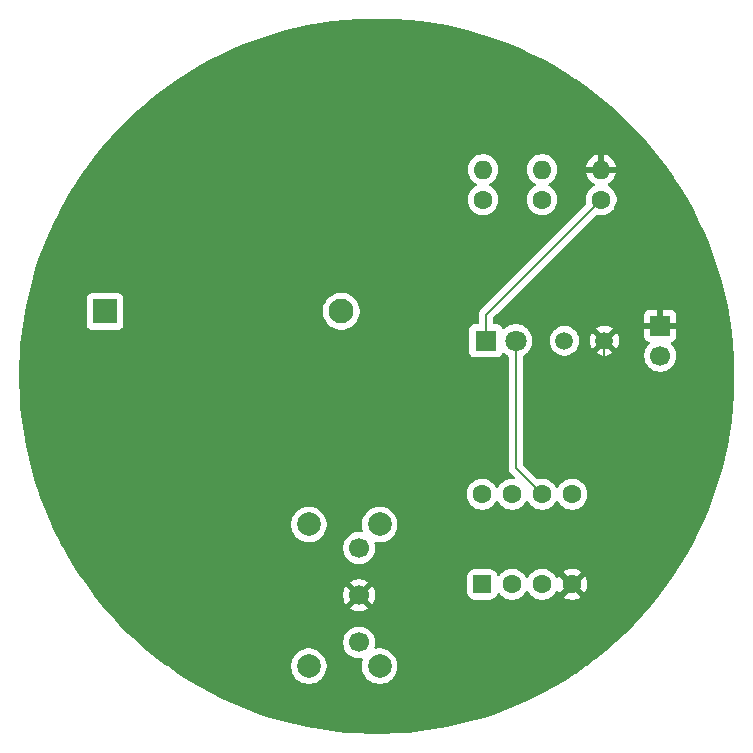
<source format=gbr>
%TF.GenerationSoftware,KiCad,Pcbnew,9.0.1*%
%TF.CreationDate,2025-06-16T09:39:09+05:30*%
%TF.ProjectId,project1,70726f6a-6563-4743-912e-6b696361645f,rev?*%
%TF.SameCoordinates,Original*%
%TF.FileFunction,Copper,L2,Bot*%
%TF.FilePolarity,Positive*%
%FSLAX46Y46*%
G04 Gerber Fmt 4.6, Leading zero omitted, Abs format (unit mm)*
G04 Created by KiCad (PCBNEW 9.0.1) date 2025-06-16 09:39:09*
%MOMM*%
%LPD*%
G01*
G04 APERTURE LIST*
G04 Aperture macros list*
%AMRoundRect*
0 Rectangle with rounded corners*
0 $1 Rounding radius*
0 $2 $3 $4 $5 $6 $7 $8 $9 X,Y pos of 4 corners*
0 Add a 4 corners polygon primitive as box body*
4,1,4,$2,$3,$4,$5,$6,$7,$8,$9,$2,$3,0*
0 Add four circle primitives for the rounded corners*
1,1,$1+$1,$2,$3*
1,1,$1+$1,$4,$5*
1,1,$1+$1,$6,$7*
1,1,$1+$1,$8,$9*
0 Add four rect primitives between the rounded corners*
20,1,$1+$1,$2,$3,$4,$5,0*
20,1,$1+$1,$4,$5,$6,$7,0*
20,1,$1+$1,$6,$7,$8,$9,0*
20,1,$1+$1,$8,$9,$2,$3,0*%
G04 Aperture macros list end*
%TA.AperFunction,ComponentPad*%
%ADD10C,1.600000*%
%TD*%
%TA.AperFunction,ComponentPad*%
%ADD11O,1.600000X1.600000*%
%TD*%
%TA.AperFunction,ComponentPad*%
%ADD12RoundRect,0.250000X0.550000X-0.550000X0.550000X0.550000X-0.550000X0.550000X-0.550000X-0.550000X0*%
%TD*%
%TA.AperFunction,ComponentPad*%
%ADD13C,2.000000*%
%TD*%
%TA.AperFunction,ComponentPad*%
%ADD14C,1.700000*%
%TD*%
%TA.AperFunction,ComponentPad*%
%ADD15R,1.700000X1.700000*%
%TD*%
%TA.AperFunction,ComponentPad*%
%ADD16R,1.800000X1.800000*%
%TD*%
%TA.AperFunction,ComponentPad*%
%ADD17C,1.800000*%
%TD*%
%TA.AperFunction,ComponentPad*%
%ADD18C,1.500000*%
%TD*%
%TA.AperFunction,ComponentPad*%
%ADD19R,2.100000X2.100000*%
%TD*%
%TA.AperFunction,ComponentPad*%
%ADD20C,2.100000*%
%TD*%
%TA.AperFunction,Conductor*%
%ADD21C,0.200000*%
%TD*%
G04 APERTURE END LIST*
D10*
%TO.P,R3,1*%
%TO.N,+3.3V*%
X108500000Y-59545000D03*
D11*
%TO.P,R3,2*%
%TO.N,/MIC*%
X108500000Y-57005000D03*
%TD*%
D12*
%TO.P,U1,1,~{RESET}/PB5*%
%TO.N,unconnected-(U1-~{RESET}{slash}PB5-Pad1)*%
X103420000Y-92120000D03*
D10*
%TO.P,U1,2,XTAL1/PB3*%
%TO.N,/MIC*%
X105960000Y-92120000D03*
%TO.P,U1,3,XTAL2/PB4*%
%TO.N,unconnected-(U1-XTAL2{slash}PB4-Pad3)*%
X108500000Y-92120000D03*
%TO.P,U1,4,GND*%
%TO.N,GND*%
X111040000Y-92120000D03*
%TO.P,U1,5,AREF/PB0*%
%TO.N,unconnected-(U1-AREF{slash}PB0-Pad5)*%
X111040000Y-84500000D03*
%TO.P,U1,6,PB1*%
%TO.N,/LED*%
X108500000Y-84500000D03*
%TO.P,U1,7,PB2*%
%TO.N,/LDR*%
X105960000Y-84500000D03*
%TO.P,U1,8,VCC*%
%TO.N,+3.3V*%
X103420000Y-84500000D03*
%TD*%
%TO.P,R1,1*%
%TO.N,+3.3V*%
X103500000Y-59545000D03*
D11*
%TO.P,R1,2*%
%TO.N,/LDR*%
X103500000Y-57005000D03*
%TD*%
D13*
%TO.P,SW1,*%
%TO.N,*%
X94750000Y-87042500D03*
X88750000Y-87042500D03*
X94750000Y-99042500D03*
X88750000Y-99042500D03*
D14*
%TO.P,SW1,1,A*%
%TO.N,unconnected-(SW1-A-Pad1)*%
X93000000Y-89042500D03*
%TO.P,SW1,2,B*%
%TO.N,GND*%
X93000000Y-93042500D03*
%TO.P,SW1,3,C*%
%TO.N,Net-(BT1--)*%
X93000000Y-97042500D03*
%TD*%
D15*
%TO.P,MK1,1,-*%
%TO.N,GND*%
X118500000Y-70225000D03*
D14*
%TO.P,MK1,2,+*%
%TO.N,/MIC*%
X118500000Y-72765000D03*
%TD*%
D16*
%TO.P,D1,1,K*%
%TO.N,Net-(D1-K)*%
X103730000Y-71500000D03*
D17*
%TO.P,D1,2,A*%
%TO.N,/LED*%
X106270000Y-71500000D03*
%TD*%
D18*
%TO.P,R2,1*%
%TO.N,/LDR*%
X110375000Y-71500000D03*
%TO.P,R2,2*%
%TO.N,GND*%
X113775000Y-71500000D03*
%TD*%
D19*
%TO.P,BT1,1,+*%
%TO.N,+3.3V*%
X71500000Y-69000000D03*
D20*
%TO.P,BT1,2,-*%
%TO.N,Net-(BT1--)*%
X91500000Y-69000000D03*
%TD*%
D10*
%TO.P,R4,1*%
%TO.N,Net-(D1-K)*%
X113500000Y-59545000D03*
D11*
%TO.P,R4,2*%
%TO.N,GND*%
X113500000Y-57005000D03*
%TD*%
D21*
%TO.N,/LED*%
X106270000Y-71500000D02*
X106270000Y-82270000D01*
X106270000Y-82270000D02*
X108500000Y-84500000D01*
%TO.N,Net-(D1-K)*%
X103730000Y-69315000D02*
X113500000Y-59545000D01*
X103730000Y-71500000D02*
X103730000Y-69315000D01*
%TO.N,GND*%
X111040000Y-92120000D02*
X113775000Y-89385000D01*
X113775000Y-89385000D02*
X113775000Y-71500000D01*
%TD*%
%TA.AperFunction,Conductor*%
%TO.N,GND*%
G36*
X95042777Y-44219403D02*
G01*
X96118803Y-44257834D01*
X96123216Y-44258070D01*
X97197216Y-44334884D01*
X97201522Y-44335269D01*
X98272151Y-44450374D01*
X98276507Y-44450921D01*
X99342271Y-44604155D01*
X99346614Y-44604858D01*
X100406264Y-44796040D01*
X100410564Y-44796896D01*
X101462682Y-45025771D01*
X101466965Y-45026783D01*
X102510260Y-45293068D01*
X102514477Y-45294225D01*
X103507696Y-45585860D01*
X103547607Y-45597579D01*
X103551833Y-45598902D01*
X104573443Y-45938927D01*
X104577545Y-45940373D01*
X105586449Y-46316675D01*
X105590529Y-46318280D01*
X106174094Y-46560001D01*
X106585300Y-46730329D01*
X106589358Y-46732096D01*
X107568728Y-47179359D01*
X107572722Y-47181269D01*
X108535569Y-47663236D01*
X108539491Y-47665288D01*
X109484487Y-48181293D01*
X109488300Y-48183464D01*
X110035401Y-48508074D01*
X110414338Y-48732909D01*
X110418103Y-48735236D01*
X111323848Y-49317323D01*
X111327529Y-49319782D01*
X111622779Y-49524777D01*
X112211992Y-49933875D01*
X112215518Y-49936417D01*
X113077520Y-50581704D01*
X113080988Y-50584398D01*
X113919369Y-51260008D01*
X113922766Y-51262847D01*
X114736485Y-51967939D01*
X114739778Y-51970897D01*
X115527823Y-52704592D01*
X115531008Y-52707666D01*
X116292333Y-53468991D01*
X116295407Y-53472176D01*
X117029102Y-54260221D01*
X117032060Y-54263514D01*
X117737152Y-55077233D01*
X117739991Y-55080630D01*
X118415601Y-55919011D01*
X118418301Y-55922487D01*
X119063574Y-56784471D01*
X119066138Y-56788026D01*
X119680217Y-57672470D01*
X119682676Y-57676151D01*
X120264763Y-58581896D01*
X120267090Y-58585661D01*
X120816525Y-59511682D01*
X120818715Y-59515529D01*
X121334711Y-60460508D01*
X121336763Y-60464430D01*
X121818730Y-61427277D01*
X121820640Y-61431271D01*
X122267903Y-62410641D01*
X122269670Y-62414699D01*
X122681711Y-63409451D01*
X122683332Y-63413570D01*
X123059613Y-64422418D01*
X123061085Y-64426593D01*
X123401097Y-65448168D01*
X123402420Y-65452392D01*
X123705767Y-66485496D01*
X123706938Y-66489765D01*
X123973213Y-67533022D01*
X123974231Y-67537330D01*
X124203099Y-68589415D01*
X124203963Y-68593756D01*
X124395138Y-69653372D01*
X124395846Y-69657742D01*
X124549075Y-70723474D01*
X124549627Y-70727866D01*
X124664725Y-71798426D01*
X124665119Y-71802835D01*
X124741928Y-72876779D01*
X124742165Y-72881199D01*
X124780596Y-73957222D01*
X124780675Y-73961648D01*
X124780675Y-75038351D01*
X124780596Y-75042777D01*
X124742165Y-76118800D01*
X124741928Y-76123220D01*
X124665119Y-77197164D01*
X124664725Y-77201573D01*
X124549627Y-78272133D01*
X124549075Y-78276525D01*
X124395846Y-79342257D01*
X124395138Y-79346627D01*
X124203963Y-80406243D01*
X124203099Y-80410584D01*
X123974231Y-81462669D01*
X123973213Y-81466977D01*
X123706938Y-82510234D01*
X123705767Y-82514503D01*
X123402420Y-83547607D01*
X123401097Y-83551831D01*
X123061085Y-84573406D01*
X123059613Y-84577581D01*
X122683332Y-85586429D01*
X122681711Y-85590548D01*
X122269670Y-86585300D01*
X122267903Y-86589358D01*
X121820640Y-87568728D01*
X121818730Y-87572722D01*
X121336763Y-88535569D01*
X121334711Y-88539491D01*
X120818715Y-89484470D01*
X120816525Y-89488317D01*
X120267090Y-90414338D01*
X120264763Y-90418103D01*
X119682676Y-91323848D01*
X119680217Y-91327529D01*
X119066138Y-92211973D01*
X119063555Y-92215555D01*
X118843371Y-92509687D01*
X118418316Y-93077493D01*
X118415601Y-93080988D01*
X117739991Y-93919369D01*
X117737152Y-93922766D01*
X117032060Y-94736485D01*
X117029102Y-94739778D01*
X116295407Y-95527823D01*
X116292333Y-95531008D01*
X115531008Y-96292333D01*
X115527823Y-96295407D01*
X114739778Y-97029102D01*
X114736485Y-97032060D01*
X113922766Y-97737152D01*
X113919369Y-97739991D01*
X113080988Y-98415601D01*
X113077493Y-98418316D01*
X112916029Y-98539187D01*
X112275326Y-99018812D01*
X112215564Y-99063549D01*
X112211973Y-99066138D01*
X111327529Y-99680217D01*
X111323848Y-99682676D01*
X110418103Y-100264763D01*
X110414338Y-100267090D01*
X109488317Y-100816525D01*
X109484470Y-100818715D01*
X108539491Y-101334711D01*
X108535569Y-101336763D01*
X107572722Y-101818730D01*
X107568728Y-101820640D01*
X106589358Y-102267903D01*
X106585300Y-102269670D01*
X105590548Y-102681711D01*
X105586429Y-102683332D01*
X104577581Y-103059613D01*
X104573406Y-103061085D01*
X103551831Y-103401097D01*
X103547607Y-103402420D01*
X102514503Y-103705767D01*
X102510234Y-103706938D01*
X101466977Y-103973213D01*
X101462669Y-103974231D01*
X100410584Y-104203099D01*
X100406243Y-104203963D01*
X99346627Y-104395138D01*
X99342257Y-104395846D01*
X98276525Y-104549075D01*
X98272133Y-104549627D01*
X97201573Y-104664725D01*
X97197164Y-104665119D01*
X96123220Y-104741928D01*
X96118800Y-104742165D01*
X95042778Y-104780596D01*
X95038352Y-104780675D01*
X93961648Y-104780675D01*
X93957222Y-104780596D01*
X92881199Y-104742165D01*
X92876779Y-104741928D01*
X91802835Y-104665119D01*
X91798426Y-104664725D01*
X90727866Y-104549627D01*
X90723474Y-104549075D01*
X89657742Y-104395846D01*
X89653372Y-104395138D01*
X88593756Y-104203963D01*
X88589415Y-104203099D01*
X87537330Y-103974231D01*
X87533022Y-103973213D01*
X86489765Y-103706938D01*
X86485496Y-103705767D01*
X85452392Y-103402420D01*
X85448168Y-103401097D01*
X84426593Y-103061085D01*
X84422418Y-103059613D01*
X83413570Y-102683332D01*
X83409451Y-102681711D01*
X82414699Y-102269670D01*
X82410641Y-102267903D01*
X81431271Y-101820640D01*
X81427277Y-101818730D01*
X80464430Y-101336763D01*
X80460508Y-101334711D01*
X79515529Y-100818715D01*
X79511682Y-100816525D01*
X78585661Y-100267090D01*
X78581896Y-100264763D01*
X77676151Y-99682676D01*
X77672470Y-99680217D01*
X76788026Y-99066138D01*
X76784436Y-99063549D01*
X76598558Y-98924402D01*
X87249500Y-98924402D01*
X87249500Y-99160597D01*
X87286446Y-99393868D01*
X87359433Y-99618496D01*
X87390882Y-99680217D01*
X87466657Y-99828933D01*
X87605483Y-100020010D01*
X87772490Y-100187017D01*
X87963567Y-100325843D01*
X88062991Y-100376502D01*
X88174003Y-100433066D01*
X88174005Y-100433066D01*
X88174008Y-100433068D01*
X88294412Y-100472189D01*
X88398631Y-100506053D01*
X88631903Y-100543000D01*
X88631908Y-100543000D01*
X88868097Y-100543000D01*
X89101368Y-100506053D01*
X89325992Y-100433068D01*
X89536433Y-100325843D01*
X89727510Y-100187017D01*
X89894517Y-100020010D01*
X90033343Y-99828933D01*
X90140568Y-99618492D01*
X90213553Y-99393868D01*
X90250500Y-99160597D01*
X90250500Y-98924402D01*
X90213553Y-98691131D01*
X90140566Y-98466503D01*
X90033342Y-98256066D01*
X89894517Y-98064990D01*
X89727510Y-97897983D01*
X89536433Y-97759157D01*
X89325996Y-97651933D01*
X89101368Y-97578946D01*
X88868097Y-97542000D01*
X88868092Y-97542000D01*
X88631908Y-97542000D01*
X88631903Y-97542000D01*
X88398631Y-97578946D01*
X88174003Y-97651933D01*
X87963566Y-97759157D01*
X87854550Y-97838362D01*
X87772490Y-97897983D01*
X87772488Y-97897985D01*
X87772487Y-97897985D01*
X87605485Y-98064987D01*
X87605485Y-98064988D01*
X87605483Y-98064990D01*
X87560580Y-98126793D01*
X87466657Y-98256066D01*
X87359433Y-98466503D01*
X87286446Y-98691131D01*
X87249500Y-98924402D01*
X76598558Y-98924402D01*
X75922487Y-98418301D01*
X75919011Y-98415601D01*
X75080630Y-97739991D01*
X75077233Y-97737152D01*
X74263514Y-97032060D01*
X74260221Y-97029102D01*
X74252696Y-97022096D01*
X74160451Y-96936213D01*
X91649500Y-96936213D01*
X91649500Y-97148786D01*
X91682753Y-97358739D01*
X91682753Y-97358741D01*
X91682754Y-97358743D01*
X91734785Y-97518878D01*
X91748444Y-97560914D01*
X91844951Y-97750320D01*
X91969890Y-97922286D01*
X92120213Y-98072609D01*
X92292179Y-98197548D01*
X92292181Y-98197549D01*
X92292184Y-98197551D01*
X92481588Y-98294057D01*
X92683757Y-98359746D01*
X92893713Y-98393000D01*
X92893714Y-98393000D01*
X93106285Y-98393000D01*
X93106287Y-98393000D01*
X93198489Y-98378396D01*
X93267780Y-98387350D01*
X93321232Y-98432346D01*
X93341872Y-98499097D01*
X93335816Y-98539187D01*
X93286447Y-98691127D01*
X93286447Y-98691130D01*
X93249500Y-98924402D01*
X93249500Y-99160597D01*
X93286446Y-99393868D01*
X93359433Y-99618496D01*
X93390882Y-99680217D01*
X93466657Y-99828933D01*
X93605483Y-100020010D01*
X93772490Y-100187017D01*
X93963567Y-100325843D01*
X94062991Y-100376502D01*
X94174003Y-100433066D01*
X94174005Y-100433066D01*
X94174008Y-100433068D01*
X94294412Y-100472189D01*
X94398631Y-100506053D01*
X94631903Y-100543000D01*
X94631908Y-100543000D01*
X94868097Y-100543000D01*
X95101368Y-100506053D01*
X95325992Y-100433068D01*
X95536433Y-100325843D01*
X95727510Y-100187017D01*
X95894517Y-100020010D01*
X96033343Y-99828933D01*
X96140568Y-99618492D01*
X96213553Y-99393868D01*
X96250500Y-99160597D01*
X96250500Y-98924402D01*
X96213553Y-98691131D01*
X96140566Y-98466503D01*
X96033342Y-98256066D01*
X95894517Y-98064990D01*
X95727510Y-97897983D01*
X95536433Y-97759157D01*
X95325996Y-97651933D01*
X95101368Y-97578946D01*
X94868097Y-97542000D01*
X94868092Y-97542000D01*
X94631908Y-97542000D01*
X94631903Y-97542000D01*
X94437257Y-97572829D01*
X94367964Y-97563874D01*
X94314512Y-97518878D01*
X94293872Y-97452127D01*
X94299928Y-97412041D01*
X94317246Y-97358743D01*
X94350500Y-97148787D01*
X94350500Y-96936213D01*
X94317246Y-96726257D01*
X94251557Y-96524088D01*
X94155051Y-96334684D01*
X94155049Y-96334681D01*
X94155048Y-96334679D01*
X94030109Y-96162713D01*
X93879786Y-96012390D01*
X93707820Y-95887451D01*
X93518414Y-95790944D01*
X93518413Y-95790943D01*
X93518412Y-95790943D01*
X93316243Y-95725254D01*
X93316241Y-95725253D01*
X93316240Y-95725253D01*
X93154957Y-95699708D01*
X93106287Y-95692000D01*
X92893713Y-95692000D01*
X92845042Y-95699708D01*
X92683760Y-95725253D01*
X92481585Y-95790944D01*
X92292179Y-95887451D01*
X92120213Y-96012390D01*
X91969890Y-96162713D01*
X91844951Y-96334679D01*
X91748444Y-96524085D01*
X91682753Y-96726260D01*
X91649500Y-96936213D01*
X74160451Y-96936213D01*
X73472176Y-96295407D01*
X73468991Y-96292333D01*
X72707666Y-95531008D01*
X72704592Y-95527823D01*
X71970897Y-94739778D01*
X71967939Y-94736485D01*
X71495892Y-94191714D01*
X71262847Y-93922766D01*
X71260008Y-93919369D01*
X70584398Y-93080988D01*
X70581704Y-93077520D01*
X70475953Y-92936253D01*
X91650000Y-92936253D01*
X91650000Y-93148746D01*
X91683242Y-93358627D01*
X91683242Y-93358630D01*
X91748904Y-93560717D01*
X91845375Y-93750050D01*
X91884728Y-93804216D01*
X92557861Y-93131084D01*
X92580667Y-93216194D01*
X92639910Y-93318806D01*
X92723694Y-93402590D01*
X92826306Y-93461833D01*
X92911415Y-93484638D01*
X92238282Y-94157769D01*
X92238282Y-94157770D01*
X92292449Y-94197124D01*
X92481782Y-94293595D01*
X92683870Y-94359257D01*
X92893754Y-94392500D01*
X93106246Y-94392500D01*
X93316127Y-94359257D01*
X93316130Y-94359257D01*
X93518217Y-94293595D01*
X93707554Y-94197122D01*
X93761716Y-94157770D01*
X93761717Y-94157770D01*
X93088584Y-93484638D01*
X93173694Y-93461833D01*
X93276306Y-93402590D01*
X93360090Y-93318806D01*
X93419333Y-93216194D01*
X93442138Y-93131085D01*
X94115270Y-93804217D01*
X94115270Y-93804216D01*
X94154622Y-93750054D01*
X94251095Y-93560717D01*
X94316757Y-93358630D01*
X94316757Y-93358627D01*
X94350000Y-93148746D01*
X94350000Y-92936253D01*
X94316757Y-92726372D01*
X94316757Y-92726369D01*
X94251095Y-92524282D01*
X94154624Y-92334949D01*
X94115270Y-92280782D01*
X94115269Y-92280782D01*
X93442137Y-92953914D01*
X93419333Y-92868806D01*
X93360090Y-92766194D01*
X93276306Y-92682410D01*
X93173694Y-92623167D01*
X93088584Y-92600361D01*
X93761716Y-91927228D01*
X93707550Y-91887875D01*
X93518217Y-91791404D01*
X93316129Y-91725742D01*
X93106246Y-91692500D01*
X92893754Y-91692500D01*
X92683872Y-91725742D01*
X92683869Y-91725742D01*
X92481782Y-91791404D01*
X92292439Y-91887880D01*
X92238282Y-91927227D01*
X92238282Y-91927228D01*
X92911415Y-92600361D01*
X92826306Y-92623167D01*
X92723694Y-92682410D01*
X92639910Y-92766194D01*
X92580667Y-92868806D01*
X92557861Y-92953915D01*
X91884728Y-92280782D01*
X91884727Y-92280782D01*
X91845380Y-92334939D01*
X91748904Y-92524282D01*
X91683242Y-92726369D01*
X91683242Y-92726372D01*
X91650000Y-92936253D01*
X70475953Y-92936253D01*
X69936436Y-92215544D01*
X69933874Y-92211992D01*
X69461491Y-91531630D01*
X69453404Y-91519983D01*
X102119500Y-91519983D01*
X102119500Y-92720001D01*
X102119501Y-92720018D01*
X102130000Y-92822796D01*
X102130001Y-92822799D01*
X102185185Y-92989331D01*
X102185187Y-92989336D01*
X102217978Y-93042499D01*
X102277288Y-93138656D01*
X102401344Y-93262712D01*
X102550666Y-93354814D01*
X102717203Y-93409999D01*
X102819991Y-93420500D01*
X104020008Y-93420499D01*
X104122797Y-93409999D01*
X104289334Y-93354814D01*
X104438656Y-93262712D01*
X104562712Y-93138656D01*
X104654814Y-92989334D01*
X104681955Y-92907427D01*
X104721726Y-92849984D01*
X104786242Y-92823161D01*
X104855018Y-92835476D01*
X104899977Y-92873547D01*
X104945536Y-92936253D01*
X104968034Y-92967219D01*
X105112786Y-93111971D01*
X105233226Y-93199474D01*
X105278390Y-93232287D01*
X105394607Y-93291503D01*
X105460776Y-93325218D01*
X105460778Y-93325218D01*
X105460781Y-93325220D01*
X105551856Y-93354812D01*
X105655465Y-93388477D01*
X105756557Y-93404488D01*
X105857648Y-93420500D01*
X105857649Y-93420500D01*
X106062351Y-93420500D01*
X106062352Y-93420500D01*
X106264534Y-93388477D01*
X106459219Y-93325220D01*
X106641610Y-93232287D01*
X106734590Y-93164732D01*
X106807213Y-93111971D01*
X106807215Y-93111968D01*
X106807219Y-93111966D01*
X106951966Y-92967219D01*
X106951968Y-92967215D01*
X106951971Y-92967213D01*
X107072284Y-92801614D01*
X107072286Y-92801611D01*
X107072287Y-92801610D01*
X107119516Y-92708917D01*
X107167489Y-92658123D01*
X107235310Y-92641328D01*
X107301445Y-92663865D01*
X107340483Y-92708917D01*
X107369668Y-92766194D01*
X107387715Y-92801614D01*
X107508028Y-92967213D01*
X107652786Y-93111971D01*
X107773226Y-93199474D01*
X107818390Y-93232287D01*
X107934607Y-93291503D01*
X108000776Y-93325218D01*
X108000778Y-93325218D01*
X108000781Y-93325220D01*
X108091856Y-93354812D01*
X108195465Y-93388477D01*
X108296557Y-93404488D01*
X108397648Y-93420500D01*
X108397649Y-93420500D01*
X108602351Y-93420500D01*
X108602352Y-93420500D01*
X108804534Y-93388477D01*
X108999219Y-93325220D01*
X109181610Y-93232287D01*
X109274590Y-93164732D01*
X109347213Y-93111971D01*
X109347215Y-93111968D01*
X109347219Y-93111966D01*
X109491966Y-92967219D01*
X109491968Y-92967215D01*
X109491971Y-92967213D01*
X109596894Y-92822797D01*
X109612287Y-92801610D01*
X109659795Y-92708369D01*
X109707769Y-92657573D01*
X109775590Y-92640778D01*
X109841725Y-92663315D01*
X109880765Y-92708369D01*
X109928141Y-92801350D01*
X109928147Y-92801359D01*
X109960523Y-92845921D01*
X109960524Y-92845922D01*
X110640000Y-92166446D01*
X110640000Y-92172661D01*
X110667259Y-92274394D01*
X110719920Y-92365606D01*
X110794394Y-92440080D01*
X110885606Y-92492741D01*
X110987339Y-92520000D01*
X110993553Y-92520000D01*
X110314076Y-93199474D01*
X110358650Y-93231859D01*
X110540968Y-93324755D01*
X110735582Y-93387990D01*
X110937683Y-93420000D01*
X111142317Y-93420000D01*
X111344417Y-93387990D01*
X111539031Y-93324755D01*
X111721349Y-93231859D01*
X111765921Y-93199474D01*
X111086447Y-92520000D01*
X111092661Y-92520000D01*
X111194394Y-92492741D01*
X111285606Y-92440080D01*
X111360080Y-92365606D01*
X111412741Y-92274394D01*
X111440000Y-92172661D01*
X111440000Y-92166447D01*
X112119474Y-92845921D01*
X112151859Y-92801349D01*
X112244755Y-92619031D01*
X112307990Y-92424417D01*
X112340000Y-92222317D01*
X112340000Y-92017682D01*
X112307990Y-91815582D01*
X112244755Y-91620968D01*
X112151859Y-91438650D01*
X112119474Y-91394077D01*
X112119474Y-91394076D01*
X111440000Y-92073551D01*
X111440000Y-92067339D01*
X111412741Y-91965606D01*
X111360080Y-91874394D01*
X111285606Y-91799920D01*
X111194394Y-91747259D01*
X111092661Y-91720000D01*
X111086446Y-91720000D01*
X111765922Y-91040524D01*
X111765921Y-91040523D01*
X111721359Y-91008147D01*
X111721350Y-91008141D01*
X111539031Y-90915244D01*
X111344417Y-90852009D01*
X111142317Y-90820000D01*
X110937683Y-90820000D01*
X110735582Y-90852009D01*
X110540968Y-90915244D01*
X110358644Y-91008143D01*
X110314077Y-91040523D01*
X110314077Y-91040524D01*
X110993554Y-91720000D01*
X110987339Y-91720000D01*
X110885606Y-91747259D01*
X110794394Y-91799920D01*
X110719920Y-91874394D01*
X110667259Y-91965606D01*
X110640000Y-92067339D01*
X110640000Y-92073553D01*
X109960524Y-91394077D01*
X109960523Y-91394077D01*
X109928143Y-91438644D01*
X109880765Y-91531630D01*
X109832790Y-91582426D01*
X109764969Y-91599221D01*
X109698834Y-91576683D01*
X109659795Y-91531630D01*
X109612284Y-91438385D01*
X109491971Y-91272786D01*
X109347213Y-91128028D01*
X109181613Y-91007715D01*
X109181612Y-91007714D01*
X109181610Y-91007713D01*
X109121898Y-90977288D01*
X108999223Y-90914781D01*
X108804534Y-90851522D01*
X108629995Y-90823878D01*
X108602352Y-90819500D01*
X108397648Y-90819500D01*
X108373329Y-90823351D01*
X108195465Y-90851522D01*
X108000776Y-90914781D01*
X107818386Y-91007715D01*
X107652786Y-91128028D01*
X107508028Y-91272786D01*
X107387715Y-91438386D01*
X107340485Y-91531080D01*
X107292510Y-91581876D01*
X107224689Y-91598671D01*
X107158554Y-91576134D01*
X107119515Y-91531080D01*
X107072419Y-91438650D01*
X107072287Y-91438390D01*
X107040092Y-91394077D01*
X106951971Y-91272786D01*
X106807213Y-91128028D01*
X106641613Y-91007715D01*
X106641612Y-91007714D01*
X106641610Y-91007713D01*
X106581898Y-90977288D01*
X106459223Y-90914781D01*
X106264534Y-90851522D01*
X106089995Y-90823878D01*
X106062352Y-90819500D01*
X105857648Y-90819500D01*
X105833329Y-90823351D01*
X105655465Y-90851522D01*
X105460776Y-90914781D01*
X105278386Y-91007715D01*
X105112786Y-91128028D01*
X104968032Y-91272782D01*
X104968028Y-91272787D01*
X104899978Y-91366451D01*
X104844648Y-91409117D01*
X104775035Y-91415096D01*
X104713240Y-91382490D01*
X104681954Y-91332570D01*
X104662144Y-91272787D01*
X104654814Y-91250666D01*
X104562712Y-91101344D01*
X104438656Y-90977288D01*
X104289334Y-90885186D01*
X104122797Y-90830001D01*
X104122795Y-90830000D01*
X104020010Y-90819500D01*
X102819998Y-90819500D01*
X102819981Y-90819501D01*
X102717203Y-90830000D01*
X102717200Y-90830001D01*
X102550668Y-90885185D01*
X102550663Y-90885187D01*
X102401342Y-90977289D01*
X102277289Y-91101342D01*
X102185187Y-91250663D01*
X102185186Y-91250666D01*
X102130001Y-91417203D01*
X102130001Y-91417204D01*
X102130000Y-91417204D01*
X102119500Y-91519983D01*
X69453404Y-91519983D01*
X69319782Y-91327529D01*
X69317323Y-91323848D01*
X68735236Y-90418103D01*
X68732909Y-90414338D01*
X68183474Y-89488317D01*
X68181284Y-89484470D01*
X67911703Y-88990768D01*
X67881914Y-88936213D01*
X91649500Y-88936213D01*
X91649500Y-89148787D01*
X91682754Y-89358743D01*
X91724855Y-89488317D01*
X91748444Y-89560914D01*
X91844951Y-89750320D01*
X91969890Y-89922286D01*
X92120213Y-90072609D01*
X92292179Y-90197548D01*
X92292181Y-90197549D01*
X92292184Y-90197551D01*
X92481588Y-90294057D01*
X92683757Y-90359746D01*
X92893713Y-90393000D01*
X92893714Y-90393000D01*
X93106286Y-90393000D01*
X93106287Y-90393000D01*
X93316243Y-90359746D01*
X93518412Y-90294057D01*
X93707816Y-90197551D01*
X93729789Y-90181586D01*
X93879786Y-90072609D01*
X93879788Y-90072606D01*
X93879792Y-90072604D01*
X94030104Y-89922292D01*
X94030106Y-89922288D01*
X94030109Y-89922286D01*
X94155048Y-89750320D01*
X94155047Y-89750320D01*
X94155051Y-89750316D01*
X94251557Y-89560912D01*
X94317246Y-89358743D01*
X94350500Y-89148787D01*
X94350500Y-88936213D01*
X94317246Y-88726257D01*
X94299927Y-88672957D01*
X94297932Y-88603121D01*
X94334012Y-88543288D01*
X94396713Y-88512459D01*
X94437253Y-88512170D01*
X94540092Y-88528457D01*
X94631904Y-88543000D01*
X94631908Y-88543000D01*
X94868097Y-88543000D01*
X95101368Y-88506053D01*
X95325992Y-88433068D01*
X95536433Y-88325843D01*
X95727510Y-88187017D01*
X95894517Y-88020010D01*
X96033343Y-87828933D01*
X96140568Y-87618492D01*
X96213553Y-87393868D01*
X96250500Y-87160597D01*
X96250500Y-86924402D01*
X96213553Y-86691131D01*
X96140566Y-86466503D01*
X96033342Y-86256066D01*
X95894517Y-86064990D01*
X95727510Y-85897983D01*
X95536433Y-85759157D01*
X95325996Y-85651933D01*
X95101368Y-85578946D01*
X94868097Y-85542000D01*
X94868092Y-85542000D01*
X94631908Y-85542000D01*
X94631903Y-85542000D01*
X94398631Y-85578946D01*
X94174003Y-85651933D01*
X93963566Y-85759157D01*
X93906663Y-85800500D01*
X93772490Y-85897983D01*
X93772488Y-85897985D01*
X93772487Y-85897985D01*
X93605485Y-86064987D01*
X93605485Y-86064988D01*
X93605483Y-86064990D01*
X93545862Y-86147050D01*
X93466657Y-86256066D01*
X93359433Y-86466503D01*
X93286446Y-86691131D01*
X93249500Y-86924402D01*
X93249500Y-87160597D01*
X93286447Y-87393869D01*
X93286447Y-87393872D01*
X93335816Y-87545812D01*
X93337811Y-87615653D01*
X93301731Y-87675486D01*
X93239030Y-87706314D01*
X93198487Y-87706603D01*
X93153758Y-87699518D01*
X93106287Y-87692000D01*
X92893713Y-87692000D01*
X92845042Y-87699708D01*
X92683760Y-87725253D01*
X92481585Y-87790944D01*
X92292179Y-87887451D01*
X92120213Y-88012390D01*
X91969890Y-88162713D01*
X91844951Y-88334679D01*
X91748444Y-88524085D01*
X91748443Y-88524087D01*
X91748443Y-88524088D01*
X91743438Y-88539491D01*
X91682753Y-88726260D01*
X91682753Y-88726262D01*
X91649500Y-88936213D01*
X67881914Y-88936213D01*
X67792263Y-88772030D01*
X67665288Y-88539491D01*
X67663236Y-88535569D01*
X67181269Y-87572722D01*
X67179359Y-87568728D01*
X66906407Y-86971047D01*
X66885105Y-86924402D01*
X87249500Y-86924402D01*
X87249500Y-87160597D01*
X87286446Y-87393868D01*
X87359433Y-87618496D01*
X87466657Y-87828933D01*
X87605483Y-88020010D01*
X87772490Y-88187017D01*
X87963567Y-88325843D01*
X88062991Y-88376502D01*
X88174003Y-88433066D01*
X88174005Y-88433066D01*
X88174008Y-88433068D01*
X88294412Y-88472189D01*
X88398631Y-88506053D01*
X88631903Y-88543000D01*
X88631908Y-88543000D01*
X88868097Y-88543000D01*
X89101368Y-88506053D01*
X89325992Y-88433068D01*
X89536433Y-88325843D01*
X89727510Y-88187017D01*
X89894517Y-88020010D01*
X90033343Y-87828933D01*
X90140568Y-87618492D01*
X90213553Y-87393868D01*
X90250500Y-87160597D01*
X90250500Y-86924402D01*
X90213553Y-86691131D01*
X90140566Y-86466503D01*
X90033342Y-86256066D01*
X89894517Y-86064990D01*
X89727510Y-85897983D01*
X89536433Y-85759157D01*
X89325996Y-85651933D01*
X89101368Y-85578946D01*
X88868097Y-85542000D01*
X88868092Y-85542000D01*
X88631908Y-85542000D01*
X88631903Y-85542000D01*
X88398631Y-85578946D01*
X88174003Y-85651933D01*
X87963566Y-85759157D01*
X87906663Y-85800500D01*
X87772490Y-85897983D01*
X87772488Y-85897985D01*
X87772487Y-85897985D01*
X87605485Y-86064987D01*
X87605485Y-86064988D01*
X87605483Y-86064990D01*
X87545862Y-86147050D01*
X87466657Y-86256066D01*
X87359433Y-86466503D01*
X87286446Y-86691131D01*
X87249500Y-86924402D01*
X66885105Y-86924402D01*
X66732096Y-86589358D01*
X66730329Y-86585300D01*
X66391989Y-85768477D01*
X66318280Y-85590529D01*
X66316667Y-85586429D01*
X65940373Y-84577545D01*
X65938927Y-84573443D01*
X65880417Y-84397648D01*
X102119500Y-84397648D01*
X102119500Y-84602351D01*
X102151522Y-84804534D01*
X102214781Y-84999223D01*
X102307715Y-85181613D01*
X102428028Y-85347213D01*
X102572786Y-85491971D01*
X102727749Y-85604556D01*
X102738390Y-85612287D01*
X102816198Y-85651932D01*
X102920776Y-85705218D01*
X102920778Y-85705218D01*
X102920781Y-85705220D01*
X103025137Y-85739127D01*
X103115465Y-85768477D01*
X103148587Y-85773723D01*
X103317648Y-85800500D01*
X103317649Y-85800500D01*
X103522351Y-85800500D01*
X103522352Y-85800500D01*
X103724534Y-85768477D01*
X103919219Y-85705220D01*
X104101610Y-85612287D01*
X104198353Y-85542000D01*
X104267213Y-85491971D01*
X104267215Y-85491968D01*
X104267219Y-85491966D01*
X104411966Y-85347219D01*
X104411968Y-85347215D01*
X104411971Y-85347213D01*
X104532284Y-85181614D01*
X104532285Y-85181613D01*
X104532287Y-85181610D01*
X104579516Y-85088917D01*
X104627489Y-85038123D01*
X104695310Y-85021328D01*
X104761445Y-85043865D01*
X104800485Y-85088919D01*
X104847715Y-85181614D01*
X104968028Y-85347213D01*
X105112786Y-85491971D01*
X105267749Y-85604556D01*
X105278390Y-85612287D01*
X105356198Y-85651932D01*
X105460776Y-85705218D01*
X105460778Y-85705218D01*
X105460781Y-85705220D01*
X105565137Y-85739127D01*
X105655465Y-85768477D01*
X105688587Y-85773723D01*
X105857648Y-85800500D01*
X105857649Y-85800500D01*
X106062351Y-85800500D01*
X106062352Y-85800500D01*
X106264534Y-85768477D01*
X106459219Y-85705220D01*
X106641610Y-85612287D01*
X106738353Y-85542000D01*
X106807213Y-85491971D01*
X106807215Y-85491968D01*
X106807219Y-85491966D01*
X106951966Y-85347219D01*
X106951968Y-85347215D01*
X106951971Y-85347213D01*
X107072284Y-85181614D01*
X107072285Y-85181613D01*
X107072287Y-85181610D01*
X107119516Y-85088917D01*
X107167489Y-85038123D01*
X107235310Y-85021328D01*
X107301445Y-85043865D01*
X107340485Y-85088919D01*
X107387715Y-85181614D01*
X107508028Y-85347213D01*
X107652786Y-85491971D01*
X107807749Y-85604556D01*
X107818390Y-85612287D01*
X107896198Y-85651932D01*
X108000776Y-85705218D01*
X108000778Y-85705218D01*
X108000781Y-85705220D01*
X108105137Y-85739127D01*
X108195465Y-85768477D01*
X108228587Y-85773723D01*
X108397648Y-85800500D01*
X108397649Y-85800500D01*
X108602351Y-85800500D01*
X108602352Y-85800500D01*
X108804534Y-85768477D01*
X108999219Y-85705220D01*
X109181610Y-85612287D01*
X109278353Y-85542000D01*
X109347213Y-85491971D01*
X109347215Y-85491968D01*
X109347219Y-85491966D01*
X109491966Y-85347219D01*
X109491968Y-85347215D01*
X109491971Y-85347213D01*
X109612284Y-85181614D01*
X109612285Y-85181613D01*
X109612287Y-85181610D01*
X109659516Y-85088917D01*
X109707489Y-85038123D01*
X109775310Y-85021328D01*
X109841445Y-85043865D01*
X109880485Y-85088919D01*
X109927715Y-85181614D01*
X110048028Y-85347213D01*
X110192786Y-85491971D01*
X110347749Y-85604556D01*
X110358390Y-85612287D01*
X110436198Y-85651932D01*
X110540776Y-85705218D01*
X110540778Y-85705218D01*
X110540781Y-85705220D01*
X110645137Y-85739127D01*
X110735465Y-85768477D01*
X110768587Y-85773723D01*
X110937648Y-85800500D01*
X110937649Y-85800500D01*
X111142351Y-85800500D01*
X111142352Y-85800500D01*
X111344534Y-85768477D01*
X111539219Y-85705220D01*
X111721610Y-85612287D01*
X111818353Y-85542000D01*
X111887213Y-85491971D01*
X111887215Y-85491968D01*
X111887219Y-85491966D01*
X112031966Y-85347219D01*
X112031968Y-85347215D01*
X112031971Y-85347213D01*
X112084732Y-85274590D01*
X112152287Y-85181610D01*
X112245220Y-84999219D01*
X112308477Y-84804534D01*
X112340500Y-84602352D01*
X112340500Y-84397648D01*
X112308477Y-84195466D01*
X112245220Y-84000781D01*
X112245218Y-84000778D01*
X112245218Y-84000776D01*
X112199515Y-83911080D01*
X112152287Y-83818390D01*
X112144556Y-83807749D01*
X112031971Y-83652786D01*
X111887213Y-83508028D01*
X111721613Y-83387715D01*
X111721612Y-83387714D01*
X111721610Y-83387713D01*
X111664653Y-83358691D01*
X111539223Y-83294781D01*
X111344534Y-83231522D01*
X111169995Y-83203878D01*
X111142352Y-83199500D01*
X110937648Y-83199500D01*
X110913329Y-83203351D01*
X110735465Y-83231522D01*
X110540776Y-83294781D01*
X110358386Y-83387715D01*
X110192786Y-83508028D01*
X110048028Y-83652786D01*
X109927715Y-83818386D01*
X109880485Y-83911080D01*
X109832510Y-83961876D01*
X109764689Y-83978671D01*
X109698554Y-83956134D01*
X109659515Y-83911080D01*
X109658883Y-83909840D01*
X109612287Y-83818390D01*
X109604556Y-83807749D01*
X109491971Y-83652786D01*
X109347213Y-83508028D01*
X109181613Y-83387715D01*
X109181612Y-83387714D01*
X109181610Y-83387713D01*
X109124653Y-83358691D01*
X108999223Y-83294781D01*
X108804534Y-83231522D01*
X108629995Y-83203878D01*
X108602352Y-83199500D01*
X108397648Y-83199500D01*
X108359599Y-83205526D01*
X108195468Y-83231522D01*
X108186717Y-83234365D01*
X108181154Y-83236173D01*
X108111313Y-83238167D01*
X108055157Y-83205922D01*
X106906819Y-82057584D01*
X106873334Y-81996261D01*
X106870500Y-81969903D01*
X106870500Y-72841835D01*
X106890185Y-72774796D01*
X106938206Y-72731350D01*
X106938547Y-72731175D01*
X107004022Y-72697815D01*
X107182365Y-72568242D01*
X107338242Y-72412365D01*
X107467815Y-72234022D01*
X107567895Y-72037606D01*
X107636015Y-71827951D01*
X107670500Y-71610222D01*
X107670500Y-71401577D01*
X109124500Y-71401577D01*
X109124500Y-71598422D01*
X109155290Y-71792826D01*
X109216117Y-71980029D01*
X109255430Y-72057184D01*
X109305476Y-72155405D01*
X109421172Y-72314646D01*
X109560354Y-72453828D01*
X109719595Y-72569524D01*
X109802455Y-72611743D01*
X109894970Y-72658882D01*
X109894972Y-72658882D01*
X109894975Y-72658884D01*
X109995317Y-72691487D01*
X110082173Y-72719709D01*
X110276578Y-72750500D01*
X110276583Y-72750500D01*
X110473422Y-72750500D01*
X110667826Y-72719709D01*
X110735211Y-72697814D01*
X110855025Y-72658884D01*
X111030405Y-72569524D01*
X111189646Y-72453828D01*
X111328828Y-72314646D01*
X111444524Y-72155405D01*
X111533884Y-71980025D01*
X111594709Y-71792826D01*
X111603884Y-71734896D01*
X111625500Y-71598422D01*
X111625500Y-71401617D01*
X112525000Y-71401617D01*
X112525000Y-71598382D01*
X112555778Y-71792705D01*
X112616581Y-71979835D01*
X112705905Y-72155145D01*
X112731319Y-72190125D01*
X112731320Y-72190125D01*
X113375000Y-71546445D01*
X113375000Y-71552661D01*
X113402259Y-71654394D01*
X113454920Y-71745606D01*
X113529394Y-71820080D01*
X113620606Y-71872741D01*
X113722339Y-71900000D01*
X113728553Y-71900000D01*
X113084873Y-72543677D01*
X113084873Y-72543678D01*
X113119858Y-72569096D01*
X113295164Y-72658418D01*
X113482294Y-72719221D01*
X113676618Y-72750000D01*
X113873382Y-72750000D01*
X114067705Y-72719221D01*
X114253927Y-72658713D01*
X117149500Y-72658713D01*
X117149500Y-72871286D01*
X117182753Y-73081239D01*
X117248444Y-73283414D01*
X117344951Y-73472820D01*
X117469890Y-73644786D01*
X117620213Y-73795109D01*
X117792179Y-73920048D01*
X117792181Y-73920049D01*
X117792184Y-73920051D01*
X117981588Y-74016557D01*
X118183757Y-74082246D01*
X118393713Y-74115500D01*
X118393714Y-74115500D01*
X118606286Y-74115500D01*
X118606287Y-74115500D01*
X118816243Y-74082246D01*
X119018412Y-74016557D01*
X119207816Y-73920051D01*
X119229789Y-73904086D01*
X119379786Y-73795109D01*
X119379788Y-73795106D01*
X119379792Y-73795104D01*
X119530104Y-73644792D01*
X119530106Y-73644788D01*
X119530109Y-73644786D01*
X119655048Y-73472820D01*
X119655047Y-73472820D01*
X119655051Y-73472816D01*
X119751557Y-73283412D01*
X119817246Y-73081243D01*
X119850500Y-72871287D01*
X119850500Y-72658713D01*
X119817246Y-72448757D01*
X119751557Y-72246588D01*
X119655051Y-72057184D01*
X119655049Y-72057181D01*
X119655048Y-72057179D01*
X119530109Y-71885213D01*
X119416181Y-71771285D01*
X119382696Y-71709962D01*
X119387680Y-71640270D01*
X119429552Y-71584337D01*
X119460529Y-71567422D01*
X119592086Y-71518354D01*
X119592093Y-71518350D01*
X119707187Y-71432190D01*
X119707190Y-71432187D01*
X119793350Y-71317093D01*
X119793354Y-71317086D01*
X119843596Y-71182379D01*
X119843598Y-71182372D01*
X119849999Y-71122844D01*
X119850000Y-71122827D01*
X119850000Y-70475000D01*
X118933012Y-70475000D01*
X118965925Y-70417993D01*
X119000000Y-70290826D01*
X119000000Y-70159174D01*
X118965925Y-70032007D01*
X118933012Y-69975000D01*
X119850000Y-69975000D01*
X119850000Y-69327172D01*
X119849999Y-69327155D01*
X119843598Y-69267627D01*
X119843596Y-69267620D01*
X119793354Y-69132913D01*
X119793350Y-69132906D01*
X119707190Y-69017812D01*
X119707187Y-69017809D01*
X119592093Y-68931649D01*
X119592086Y-68931645D01*
X119457379Y-68881403D01*
X119457372Y-68881401D01*
X119397844Y-68875000D01*
X118750000Y-68875000D01*
X118750000Y-69791988D01*
X118692993Y-69759075D01*
X118565826Y-69725000D01*
X118434174Y-69725000D01*
X118307007Y-69759075D01*
X118250000Y-69791988D01*
X118250000Y-68875000D01*
X117602155Y-68875000D01*
X117542627Y-68881401D01*
X117542620Y-68881403D01*
X117407913Y-68931645D01*
X117407906Y-68931649D01*
X117292812Y-69017809D01*
X117292809Y-69017812D01*
X117206649Y-69132906D01*
X117206645Y-69132913D01*
X117156403Y-69267620D01*
X117156401Y-69267627D01*
X117150000Y-69327155D01*
X117150000Y-69975000D01*
X118066988Y-69975000D01*
X118034075Y-70032007D01*
X118000000Y-70159174D01*
X118000000Y-70290826D01*
X118034075Y-70417993D01*
X118066988Y-70475000D01*
X117150000Y-70475000D01*
X117150000Y-71122844D01*
X117156401Y-71182372D01*
X117156403Y-71182379D01*
X117206645Y-71317086D01*
X117206649Y-71317093D01*
X117292809Y-71432187D01*
X117292812Y-71432190D01*
X117407906Y-71518350D01*
X117407913Y-71518354D01*
X117539470Y-71567422D01*
X117595404Y-71609293D01*
X117619821Y-71674758D01*
X117604969Y-71743031D01*
X117583819Y-71771285D01*
X117469889Y-71885215D01*
X117344951Y-72057179D01*
X117248444Y-72246585D01*
X117182753Y-72448760D01*
X117149500Y-72658713D01*
X114253927Y-72658713D01*
X114254835Y-72658418D01*
X114430143Y-72569095D01*
X114451577Y-72553523D01*
X114465125Y-72543678D01*
X114465126Y-72543678D01*
X113821448Y-71900000D01*
X113827661Y-71900000D01*
X113929394Y-71872741D01*
X114020606Y-71820080D01*
X114095080Y-71745606D01*
X114147741Y-71654394D01*
X114175000Y-71552661D01*
X114175000Y-71546448D01*
X114818678Y-72190126D01*
X114818678Y-72190125D01*
X114844095Y-72155143D01*
X114933418Y-71979835D01*
X114994221Y-71792705D01*
X115025000Y-71598382D01*
X115025000Y-71401617D01*
X114994221Y-71207294D01*
X114933418Y-71020164D01*
X114844096Y-70844858D01*
X114818678Y-70809873D01*
X114818677Y-70809873D01*
X114175000Y-71453551D01*
X114175000Y-71447339D01*
X114147741Y-71345606D01*
X114095080Y-71254394D01*
X114020606Y-71179920D01*
X113929394Y-71127259D01*
X113827661Y-71100000D01*
X113821447Y-71100000D01*
X114465125Y-70456320D01*
X114465125Y-70456319D01*
X114430145Y-70430905D01*
X114254835Y-70341581D01*
X114067705Y-70280778D01*
X113873382Y-70250000D01*
X113676618Y-70250000D01*
X113482294Y-70280778D01*
X113295161Y-70341582D01*
X113119863Y-70430899D01*
X113119859Y-70430902D01*
X113084873Y-70456320D01*
X113084872Y-70456320D01*
X113728554Y-71100000D01*
X113722339Y-71100000D01*
X113620606Y-71127259D01*
X113529394Y-71179920D01*
X113454920Y-71254394D01*
X113402259Y-71345606D01*
X113375000Y-71447339D01*
X113375000Y-71453552D01*
X112731320Y-70809872D01*
X112731320Y-70809873D01*
X112705902Y-70844859D01*
X112705899Y-70844863D01*
X112616582Y-71020161D01*
X112555778Y-71207294D01*
X112525000Y-71401617D01*
X111625500Y-71401617D01*
X111625500Y-71401577D01*
X111594709Y-71207173D01*
X111533882Y-71019970D01*
X111486743Y-70927455D01*
X111444524Y-70844595D01*
X111328828Y-70685354D01*
X111189646Y-70546172D01*
X111030405Y-70430476D01*
X111005906Y-70417993D01*
X110855029Y-70341117D01*
X110667826Y-70280290D01*
X110473422Y-70249500D01*
X110473417Y-70249500D01*
X110276583Y-70249500D01*
X110276578Y-70249500D01*
X110082173Y-70280290D01*
X109894970Y-70341117D01*
X109719594Y-70430476D01*
X109667181Y-70468557D01*
X109560354Y-70546172D01*
X109560352Y-70546174D01*
X109560351Y-70546174D01*
X109421174Y-70685351D01*
X109421174Y-70685352D01*
X109421172Y-70685354D01*
X109391877Y-70725675D01*
X109305476Y-70844594D01*
X109216117Y-71019970D01*
X109155290Y-71207173D01*
X109124500Y-71401577D01*
X107670500Y-71401577D01*
X107670500Y-71389778D01*
X107636015Y-71172049D01*
X107586665Y-71020164D01*
X107567896Y-70962396D01*
X107567895Y-70962393D01*
X107508007Y-70844859D01*
X107467815Y-70765978D01*
X107409237Y-70685352D01*
X107338247Y-70587641D01*
X107338243Y-70587636D01*
X107182363Y-70431756D01*
X107182358Y-70431752D01*
X107004025Y-70302187D01*
X107004024Y-70302186D01*
X107004022Y-70302185D01*
X106941096Y-70270122D01*
X106807606Y-70202104D01*
X106807603Y-70202103D01*
X106597952Y-70133985D01*
X106489086Y-70116742D01*
X106380222Y-70099500D01*
X106159778Y-70099500D01*
X106087201Y-70110995D01*
X105942047Y-70133985D01*
X105732396Y-70202103D01*
X105732393Y-70202104D01*
X105535974Y-70302187D01*
X105357641Y-70431752D01*
X105357636Y-70431756D01*
X105307463Y-70481929D01*
X105246140Y-70515413D01*
X105176448Y-70510428D01*
X105120515Y-70468557D01*
X105103601Y-70437580D01*
X105073797Y-70357671D01*
X105073793Y-70357664D01*
X104987547Y-70242455D01*
X104987544Y-70242452D01*
X104872335Y-70156206D01*
X104872328Y-70156202D01*
X104737482Y-70105908D01*
X104737483Y-70105908D01*
X104677883Y-70099501D01*
X104677881Y-70099500D01*
X104677873Y-70099500D01*
X104677865Y-70099500D01*
X104454500Y-70099500D01*
X104387461Y-70079815D01*
X104341706Y-70027011D01*
X104330500Y-69975500D01*
X104330500Y-69615097D01*
X104350185Y-69548058D01*
X104366819Y-69527416D01*
X104658065Y-69236170D01*
X108595128Y-65299107D01*
X113055159Y-60839075D01*
X113116480Y-60805592D01*
X113181154Y-60808826D01*
X113195466Y-60813477D01*
X113397648Y-60845500D01*
X113397649Y-60845500D01*
X113602351Y-60845500D01*
X113602352Y-60845500D01*
X113804534Y-60813477D01*
X113999219Y-60750220D01*
X114181610Y-60657287D01*
X114274590Y-60589732D01*
X114347213Y-60536971D01*
X114347215Y-60536968D01*
X114347219Y-60536966D01*
X114491966Y-60392219D01*
X114491968Y-60392215D01*
X114491971Y-60392213D01*
X114544732Y-60319590D01*
X114612287Y-60226610D01*
X114705220Y-60044219D01*
X114768477Y-59849534D01*
X114800500Y-59647352D01*
X114800500Y-59442648D01*
X114768477Y-59240466D01*
X114705220Y-59045781D01*
X114705218Y-59045778D01*
X114705218Y-59045776D01*
X114671503Y-58979607D01*
X114612287Y-58863390D01*
X114604556Y-58852749D01*
X114491971Y-58697786D01*
X114347213Y-58553028D01*
X114181611Y-58432713D01*
X114088369Y-58385203D01*
X114037574Y-58337229D01*
X114020779Y-58269407D01*
X114043317Y-58203273D01*
X114088371Y-58164234D01*
X114181347Y-58116861D01*
X114346894Y-57996582D01*
X114346895Y-57996582D01*
X114491582Y-57851895D01*
X114491582Y-57851894D01*
X114611859Y-57686349D01*
X114704755Y-57504029D01*
X114767990Y-57309413D01*
X114776609Y-57255000D01*
X113815686Y-57255000D01*
X113820080Y-57250606D01*
X113872741Y-57159394D01*
X113900000Y-57057661D01*
X113900000Y-56952339D01*
X113872741Y-56850606D01*
X113820080Y-56759394D01*
X113815686Y-56755000D01*
X114776609Y-56755000D01*
X114767990Y-56700586D01*
X114704755Y-56505970D01*
X114611859Y-56323650D01*
X114491582Y-56158105D01*
X114491582Y-56158104D01*
X114346895Y-56013417D01*
X114181349Y-55893140D01*
X113999029Y-55800244D01*
X113804413Y-55737009D01*
X113750000Y-55728390D01*
X113750000Y-56689314D01*
X113745606Y-56684920D01*
X113654394Y-56632259D01*
X113552661Y-56605000D01*
X113447339Y-56605000D01*
X113345606Y-56632259D01*
X113254394Y-56684920D01*
X113250000Y-56689314D01*
X113250000Y-55728390D01*
X113195586Y-55737009D01*
X113000970Y-55800244D01*
X112818650Y-55893140D01*
X112653105Y-56013417D01*
X112653104Y-56013417D01*
X112508417Y-56158104D01*
X112508417Y-56158105D01*
X112388140Y-56323650D01*
X112295244Y-56505970D01*
X112232009Y-56700586D01*
X112223391Y-56755000D01*
X113184314Y-56755000D01*
X113179920Y-56759394D01*
X113127259Y-56850606D01*
X113100000Y-56952339D01*
X113100000Y-57057661D01*
X113127259Y-57159394D01*
X113179920Y-57250606D01*
X113184314Y-57255000D01*
X112223391Y-57255000D01*
X112232009Y-57309413D01*
X112295244Y-57504029D01*
X112388140Y-57686349D01*
X112508417Y-57851894D01*
X112508417Y-57851895D01*
X112653104Y-57996582D01*
X112818652Y-58116861D01*
X112911628Y-58164234D01*
X112962425Y-58212208D01*
X112979220Y-58280029D01*
X112956683Y-58346164D01*
X112911630Y-58385203D01*
X112818388Y-58432713D01*
X112652786Y-58553028D01*
X112508028Y-58697786D01*
X112387715Y-58863386D01*
X112294781Y-59045776D01*
X112231522Y-59240465D01*
X112199500Y-59442648D01*
X112199500Y-59647351D01*
X112231523Y-59849535D01*
X112236172Y-59863845D01*
X112238165Y-59933687D01*
X112205921Y-59989841D01*
X103361286Y-68834478D01*
X103249481Y-68946282D01*
X103249480Y-68946284D01*
X103208186Y-69017809D01*
X103199361Y-69033094D01*
X103199359Y-69033096D01*
X103170425Y-69083209D01*
X103170424Y-69083210D01*
X103170423Y-69083215D01*
X103129499Y-69235943D01*
X103129499Y-69235945D01*
X103129499Y-69404046D01*
X103129500Y-69404059D01*
X103129500Y-69975500D01*
X103109815Y-70042539D01*
X103057011Y-70088294D01*
X103005501Y-70099500D01*
X102782130Y-70099500D01*
X102782123Y-70099501D01*
X102722516Y-70105908D01*
X102587671Y-70156202D01*
X102587664Y-70156206D01*
X102472455Y-70242452D01*
X102472452Y-70242455D01*
X102386206Y-70357664D01*
X102386202Y-70357671D01*
X102335908Y-70492517D01*
X102329501Y-70552116D01*
X102329500Y-70552135D01*
X102329500Y-72447870D01*
X102329501Y-72447876D01*
X102335908Y-72507483D01*
X102386202Y-72642328D01*
X102386206Y-72642335D01*
X102472452Y-72757544D01*
X102472455Y-72757547D01*
X102587664Y-72843793D01*
X102587671Y-72843797D01*
X102722517Y-72894091D01*
X102722516Y-72894091D01*
X102729444Y-72894835D01*
X102782127Y-72900500D01*
X104677872Y-72900499D01*
X104737483Y-72894091D01*
X104872331Y-72843796D01*
X104987546Y-72757546D01*
X105073796Y-72642331D01*
X105101429Y-72568243D01*
X105103601Y-72562420D01*
X105145471Y-72506486D01*
X105210936Y-72482068D01*
X105279209Y-72496919D01*
X105307464Y-72518071D01*
X105357636Y-72568243D01*
X105357641Y-72568247D01*
X105535976Y-72697814D01*
X105601794Y-72731350D01*
X105652591Y-72779324D01*
X105669500Y-72841835D01*
X105669500Y-82183330D01*
X105669499Y-82183348D01*
X105669499Y-82349054D01*
X105669498Y-82349054D01*
X105669499Y-82349057D01*
X105710423Y-82501785D01*
X105710424Y-82501787D01*
X105710423Y-82501787D01*
X105716542Y-82512384D01*
X105716543Y-82512385D01*
X105789477Y-82638712D01*
X105789481Y-82638717D01*
X105908349Y-82757585D01*
X105908355Y-82757590D01*
X106138584Y-82987819D01*
X106172069Y-83049142D01*
X106167085Y-83118834D01*
X106125213Y-83174767D01*
X106059749Y-83199184D01*
X106050903Y-83199500D01*
X105857648Y-83199500D01*
X105833329Y-83203351D01*
X105655465Y-83231522D01*
X105460776Y-83294781D01*
X105278386Y-83387715D01*
X105112786Y-83508028D01*
X104968028Y-83652786D01*
X104847715Y-83818386D01*
X104800485Y-83911080D01*
X104752510Y-83961876D01*
X104684689Y-83978671D01*
X104618554Y-83956134D01*
X104579515Y-83911080D01*
X104578883Y-83909840D01*
X104532287Y-83818390D01*
X104524556Y-83807749D01*
X104411971Y-83652786D01*
X104267213Y-83508028D01*
X104101613Y-83387715D01*
X104101612Y-83387714D01*
X104101610Y-83387713D01*
X104044653Y-83358691D01*
X103919223Y-83294781D01*
X103724534Y-83231522D01*
X103549995Y-83203878D01*
X103522352Y-83199500D01*
X103317648Y-83199500D01*
X103293329Y-83203351D01*
X103115465Y-83231522D01*
X102920776Y-83294781D01*
X102738386Y-83387715D01*
X102572786Y-83508028D01*
X102428028Y-83652786D01*
X102307715Y-83818386D01*
X102214781Y-84000776D01*
X102151522Y-84195465D01*
X102119500Y-84397648D01*
X65880417Y-84397648D01*
X65598902Y-83551831D01*
X65597579Y-83547607D01*
X65497251Y-83205922D01*
X65294225Y-82514477D01*
X65293068Y-82510260D01*
X65026783Y-81466965D01*
X65025768Y-81462669D01*
X64796900Y-80410584D01*
X64796036Y-80406243D01*
X64604861Y-79346627D01*
X64604153Y-79342257D01*
X64450924Y-78276525D01*
X64450372Y-78272133D01*
X64335269Y-77201522D01*
X64334884Y-77197216D01*
X64258070Y-76123216D01*
X64257834Y-76118800D01*
X64219404Y-75042777D01*
X64219325Y-75038351D01*
X64219325Y-73961648D01*
X64219404Y-73957222D01*
X64236704Y-73472820D01*
X64257834Y-72881193D01*
X64258071Y-72876779D01*
X64258464Y-72871286D01*
X64334885Y-71802778D01*
X64335268Y-71798482D01*
X64450375Y-70727841D01*
X64450924Y-70723474D01*
X64456406Y-70685352D01*
X64604156Y-69657719D01*
X64604861Y-69653372D01*
X64619069Y-69574622D01*
X64796042Y-68593725D01*
X64796893Y-68589446D01*
X64946409Y-67902135D01*
X69949500Y-67902135D01*
X69949500Y-70097870D01*
X69949501Y-70097876D01*
X69955908Y-70157483D01*
X70006202Y-70292328D01*
X70006206Y-70292335D01*
X70092452Y-70407544D01*
X70092455Y-70407547D01*
X70207664Y-70493793D01*
X70207671Y-70493797D01*
X70342517Y-70544091D01*
X70342516Y-70544091D01*
X70349444Y-70544835D01*
X70402127Y-70550500D01*
X72597872Y-70550499D01*
X72657483Y-70544091D01*
X72792331Y-70493796D01*
X72907546Y-70407546D01*
X72993796Y-70292331D01*
X73044091Y-70157483D01*
X73050500Y-70097873D01*
X73050499Y-68877973D01*
X89949500Y-68877973D01*
X89949500Y-69122026D01*
X89981989Y-69327155D01*
X89987679Y-69363076D01*
X90052877Y-69563735D01*
X90063097Y-69595187D01*
X90173896Y-69812642D01*
X90317339Y-70010076D01*
X90317343Y-70010081D01*
X90489918Y-70182656D01*
X90489923Y-70182660D01*
X90640879Y-70292335D01*
X90687361Y-70326106D01*
X90904815Y-70436904D01*
X91136924Y-70512321D01*
X91377973Y-70550500D01*
X91377974Y-70550500D01*
X91622026Y-70550500D01*
X91622027Y-70550500D01*
X91863076Y-70512321D01*
X92095185Y-70436904D01*
X92312639Y-70326106D01*
X92510083Y-70182655D01*
X92682655Y-70010083D01*
X92826106Y-69812639D01*
X92936904Y-69595185D01*
X93012321Y-69363076D01*
X93050500Y-69122027D01*
X93050500Y-68877973D01*
X93012321Y-68636924D01*
X92936904Y-68404815D01*
X92826106Y-68187361D01*
X92807779Y-68162136D01*
X92682660Y-67989923D01*
X92682656Y-67989918D01*
X92510081Y-67817343D01*
X92510076Y-67817339D01*
X92312642Y-67673896D01*
X92312641Y-67673895D01*
X92312639Y-67673894D01*
X92095185Y-67563096D01*
X91863076Y-67487679D01*
X91863074Y-67487678D01*
X91863072Y-67487678D01*
X91662491Y-67455909D01*
X91622027Y-67449500D01*
X91377973Y-67449500D01*
X91337515Y-67455908D01*
X91136927Y-67487678D01*
X90904812Y-67563097D01*
X90687357Y-67673896D01*
X90489923Y-67817339D01*
X90489918Y-67817343D01*
X90317343Y-67989918D01*
X90317339Y-67989923D01*
X90173896Y-68187357D01*
X90063097Y-68404812D01*
X89987678Y-68636927D01*
X89949500Y-68877973D01*
X73050499Y-68877973D01*
X73050499Y-67902128D01*
X73044091Y-67842517D01*
X73034702Y-67817345D01*
X72993797Y-67707671D01*
X72993793Y-67707664D01*
X72907547Y-67592455D01*
X72907544Y-67592452D01*
X72792335Y-67506206D01*
X72792328Y-67506202D01*
X72657482Y-67455908D01*
X72657483Y-67455908D01*
X72597883Y-67449501D01*
X72597881Y-67449500D01*
X72597873Y-67449500D01*
X72597864Y-67449500D01*
X70402129Y-67449500D01*
X70402123Y-67449501D01*
X70342516Y-67455908D01*
X70207671Y-67506202D01*
X70207664Y-67506206D01*
X70092455Y-67592452D01*
X70092452Y-67592455D01*
X70006206Y-67707664D01*
X70006202Y-67707671D01*
X69955908Y-67842517D01*
X69949501Y-67902116D01*
X69949501Y-67902123D01*
X69949500Y-67902135D01*
X64946409Y-67902135D01*
X65025773Y-67537305D01*
X65026786Y-67533022D01*
X65293071Y-66489725D01*
X65294220Y-66485536D01*
X65597583Y-65452378D01*
X65598902Y-65448168D01*
X65938932Y-64426539D01*
X65940366Y-64422472D01*
X66316682Y-63413531D01*
X66318272Y-63409489D01*
X66730331Y-62414692D01*
X66732096Y-62410641D01*
X66823381Y-62210756D01*
X67179361Y-61431266D01*
X67181269Y-61427277D01*
X67475701Y-60839077D01*
X67663244Y-60464412D01*
X67665288Y-60460508D01*
X67702580Y-60392213D01*
X68181307Y-59515488D01*
X68183450Y-59511722D01*
X68732917Y-58585647D01*
X68735236Y-58581896D01*
X68753785Y-58553034D01*
X69317330Y-57676139D01*
X69319782Y-57672470D01*
X69436598Y-57504223D01*
X69854278Y-56902648D01*
X102199500Y-56902648D01*
X102199500Y-57107351D01*
X102231522Y-57309534D01*
X102294781Y-57504223D01*
X102358691Y-57629653D01*
X102380508Y-57672470D01*
X102387715Y-57686613D01*
X102508028Y-57852213D01*
X102652786Y-57996971D01*
X102807749Y-58109556D01*
X102818390Y-58117287D01*
X102909840Y-58163883D01*
X102911080Y-58164515D01*
X102961876Y-58212490D01*
X102978671Y-58280311D01*
X102956134Y-58346446D01*
X102911080Y-58385485D01*
X102818386Y-58432715D01*
X102652786Y-58553028D01*
X102508028Y-58697786D01*
X102387715Y-58863386D01*
X102294781Y-59045776D01*
X102231522Y-59240465D01*
X102199500Y-59442648D01*
X102199500Y-59647351D01*
X102231522Y-59849534D01*
X102294781Y-60044223D01*
X102387715Y-60226613D01*
X102508028Y-60392213D01*
X102652786Y-60536971D01*
X102807749Y-60649556D01*
X102818390Y-60657287D01*
X102934607Y-60716503D01*
X103000776Y-60750218D01*
X103000778Y-60750218D01*
X103000781Y-60750220D01*
X103105137Y-60784127D01*
X103195465Y-60813477D01*
X103296557Y-60829488D01*
X103397648Y-60845500D01*
X103397649Y-60845500D01*
X103602351Y-60845500D01*
X103602352Y-60845500D01*
X103804534Y-60813477D01*
X103999219Y-60750220D01*
X104181610Y-60657287D01*
X104274590Y-60589732D01*
X104347213Y-60536971D01*
X104347215Y-60536968D01*
X104347219Y-60536966D01*
X104491966Y-60392219D01*
X104491968Y-60392215D01*
X104491971Y-60392213D01*
X104544732Y-60319590D01*
X104612287Y-60226610D01*
X104705220Y-60044219D01*
X104768477Y-59849534D01*
X104800500Y-59647352D01*
X104800500Y-59442648D01*
X104768477Y-59240466D01*
X104705220Y-59045781D01*
X104705218Y-59045778D01*
X104705218Y-59045776D01*
X104671503Y-58979607D01*
X104612287Y-58863390D01*
X104604556Y-58852749D01*
X104491971Y-58697786D01*
X104347213Y-58553028D01*
X104181614Y-58432715D01*
X104175006Y-58429348D01*
X104088917Y-58385483D01*
X104038123Y-58337511D01*
X104021328Y-58269690D01*
X104043865Y-58203555D01*
X104088917Y-58164516D01*
X104181610Y-58117287D01*
X104202770Y-58101913D01*
X104347213Y-57996971D01*
X104347215Y-57996968D01*
X104347219Y-57996966D01*
X104491966Y-57852219D01*
X104491968Y-57852215D01*
X104491971Y-57852213D01*
X104544732Y-57779590D01*
X104612287Y-57686610D01*
X104705220Y-57504219D01*
X104768477Y-57309534D01*
X104800500Y-57107352D01*
X104800500Y-56902648D01*
X107199500Y-56902648D01*
X107199500Y-57107351D01*
X107231522Y-57309534D01*
X107294781Y-57504223D01*
X107358691Y-57629653D01*
X107380508Y-57672470D01*
X107387715Y-57686613D01*
X107508028Y-57852213D01*
X107652786Y-57996971D01*
X107807749Y-58109556D01*
X107818390Y-58117287D01*
X107909840Y-58163883D01*
X107911080Y-58164515D01*
X107961876Y-58212490D01*
X107978671Y-58280311D01*
X107956134Y-58346446D01*
X107911080Y-58385485D01*
X107818386Y-58432715D01*
X107652786Y-58553028D01*
X107508028Y-58697786D01*
X107387715Y-58863386D01*
X107294781Y-59045776D01*
X107231522Y-59240465D01*
X107199500Y-59442648D01*
X107199500Y-59647351D01*
X107231522Y-59849534D01*
X107294781Y-60044223D01*
X107387715Y-60226613D01*
X107508028Y-60392213D01*
X107652786Y-60536971D01*
X107807749Y-60649556D01*
X107818390Y-60657287D01*
X107934607Y-60716503D01*
X108000776Y-60750218D01*
X108000778Y-60750218D01*
X108000781Y-60750220D01*
X108105137Y-60784127D01*
X108195465Y-60813477D01*
X108296557Y-60829488D01*
X108397648Y-60845500D01*
X108397649Y-60845500D01*
X108602351Y-60845500D01*
X108602352Y-60845500D01*
X108804534Y-60813477D01*
X108999219Y-60750220D01*
X109181610Y-60657287D01*
X109274590Y-60589732D01*
X109347213Y-60536971D01*
X109347215Y-60536968D01*
X109347219Y-60536966D01*
X109491966Y-60392219D01*
X109491968Y-60392215D01*
X109491971Y-60392213D01*
X109544732Y-60319590D01*
X109612287Y-60226610D01*
X109705220Y-60044219D01*
X109768477Y-59849534D01*
X109800500Y-59647352D01*
X109800500Y-59442648D01*
X109768477Y-59240466D01*
X109705220Y-59045781D01*
X109705218Y-59045778D01*
X109705218Y-59045776D01*
X109671503Y-58979607D01*
X109612287Y-58863390D01*
X109604556Y-58852749D01*
X109491971Y-58697786D01*
X109347213Y-58553028D01*
X109181614Y-58432715D01*
X109175006Y-58429348D01*
X109088917Y-58385483D01*
X109038123Y-58337511D01*
X109021328Y-58269690D01*
X109043865Y-58203555D01*
X109088917Y-58164516D01*
X109181610Y-58117287D01*
X109202770Y-58101913D01*
X109347213Y-57996971D01*
X109347215Y-57996968D01*
X109347219Y-57996966D01*
X109491966Y-57852219D01*
X109491968Y-57852215D01*
X109491971Y-57852213D01*
X109544732Y-57779590D01*
X109612287Y-57686610D01*
X109705220Y-57504219D01*
X109768477Y-57309534D01*
X109800500Y-57107352D01*
X109800500Y-56902648D01*
X109768477Y-56700466D01*
X109705220Y-56505781D01*
X109705218Y-56505778D01*
X109705218Y-56505776D01*
X109612419Y-56323650D01*
X109612287Y-56323390D01*
X109604556Y-56312749D01*
X109491971Y-56157786D01*
X109347213Y-56013028D01*
X109181613Y-55892715D01*
X109181612Y-55892714D01*
X109181610Y-55892713D01*
X109124653Y-55863691D01*
X108999223Y-55799781D01*
X108804534Y-55736522D01*
X108629995Y-55708878D01*
X108602352Y-55704500D01*
X108397648Y-55704500D01*
X108373329Y-55708351D01*
X108195465Y-55736522D01*
X108000776Y-55799781D01*
X107818386Y-55892715D01*
X107652786Y-56013028D01*
X107508028Y-56157786D01*
X107387715Y-56323386D01*
X107294781Y-56505776D01*
X107231522Y-56700465D01*
X107199500Y-56902648D01*
X104800500Y-56902648D01*
X104781777Y-56784435D01*
X104768477Y-56700465D01*
X104705218Y-56505776D01*
X104612419Y-56323650D01*
X104612287Y-56323390D01*
X104604556Y-56312749D01*
X104491971Y-56157786D01*
X104347213Y-56013028D01*
X104181613Y-55892715D01*
X104181612Y-55892714D01*
X104181610Y-55892713D01*
X104124653Y-55863691D01*
X103999223Y-55799781D01*
X103804534Y-55736522D01*
X103629995Y-55708878D01*
X103602352Y-55704500D01*
X103397648Y-55704500D01*
X103373329Y-55708351D01*
X103195465Y-55736522D01*
X103000776Y-55799781D01*
X102818386Y-55892715D01*
X102652786Y-56013028D01*
X102508028Y-56157786D01*
X102387715Y-56323386D01*
X102294781Y-56505776D01*
X102231522Y-56700465D01*
X102199500Y-56902648D01*
X69854278Y-56902648D01*
X69933893Y-56787980D01*
X69936397Y-56784507D01*
X70581724Y-55922452D01*
X70584376Y-55919038D01*
X71260022Y-55080612D01*
X71262832Y-55077250D01*
X71967944Y-54263507D01*
X71970897Y-54260221D01*
X72284141Y-53923773D01*
X72704619Y-53472147D01*
X72707638Y-53469019D01*
X73469019Y-52707638D01*
X73472147Y-52704619D01*
X74260227Y-51970891D01*
X74263514Y-51967939D01*
X74696188Y-51593025D01*
X75077250Y-51262832D01*
X75080612Y-51260022D01*
X75919038Y-50584376D01*
X75922452Y-50581724D01*
X76784507Y-49936397D01*
X76787980Y-49933893D01*
X77672482Y-49319773D01*
X77676151Y-49317323D01*
X78328814Y-48897882D01*
X78581909Y-48735227D01*
X78585647Y-48732917D01*
X79511722Y-48183450D01*
X79515488Y-48181307D01*
X80460526Y-47665278D01*
X80464412Y-47663244D01*
X81427281Y-47181266D01*
X81431271Y-47179359D01*
X82410641Y-46732096D01*
X82414699Y-46730329D01*
X82430160Y-46723925D01*
X83409489Y-46318272D01*
X83413531Y-46316682D01*
X84422472Y-45940366D01*
X84426539Y-45938932D01*
X85448182Y-45598897D01*
X85452378Y-45597583D01*
X86485536Y-45294220D01*
X86489725Y-45293071D01*
X87533047Y-45026780D01*
X87537305Y-45025773D01*
X88589446Y-44796893D01*
X88593725Y-44796042D01*
X89653394Y-44604857D01*
X89657719Y-44604156D01*
X90723499Y-44450920D01*
X90727841Y-44450375D01*
X91798482Y-44335268D01*
X91802778Y-44334885D01*
X92876786Y-44258070D01*
X92881193Y-44257834D01*
X93957222Y-44219403D01*
X93961648Y-44219325D01*
X95038352Y-44219325D01*
X95042777Y-44219403D01*
G37*
%TD.AperFunction*%
%TD*%
M02*

</source>
